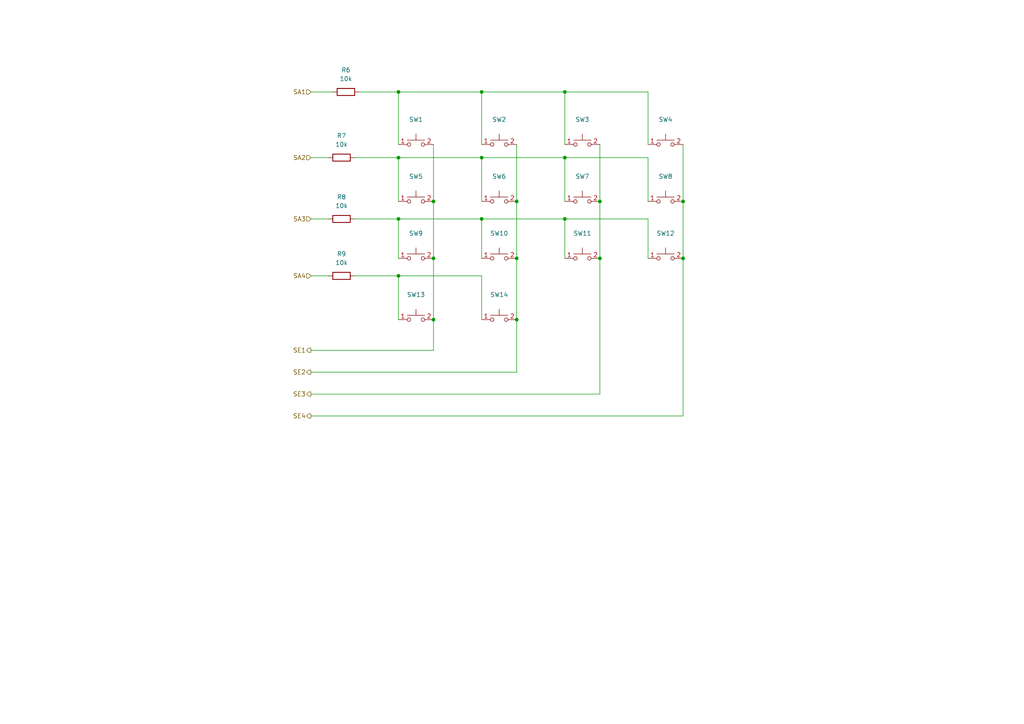
<source format=kicad_sch>
(kicad_sch (version 20211123) (generator eeschema)
  (paper "A4")
  (title_block (title "Button Matrix") (date "2022-01-17") (rev "0.0") (company "x-tech UG"))
  (lib_symbols
    (symbol "Device:R" (pin_numbers hide) (pin_names (offset 0))
      (property "Reference" "R" (at 2.032 0 90))
      (property "Value" "R" (at 0 0 90))
      (symbol "R_0_1"
        (rectangle (start -1.016 -2.54) (end 1.016 2.54) (stroke (width 0.254)))
      )
      (symbol "R_1_1"
        (pin passive line (at 0 3.81 270) (length 1.27) (name "~") (number "1"))
        (pin passive line (at 0 -3.81 90) (length 1.27) (name "~") (number "2"))
      )
    )
    (symbol "ene9ba_Library:SW_MEC_5G_1" (pin_names (offset 1.016) hide)
      (property "Reference" "SW1" (at 0 7.239 0))
      (symbol "SW_MEC_5G_1_0_1"
        (circle (center -2.032 0) (radius 0.508))
        (polyline (pts (xy 0 1.27) (xy 0 3.048)))
        (polyline (pts (xy 2.54 1.27) (xy -2.54 1.27)))
        (circle (center 2.032 0) (radius 0.508))
        (pin passive line (at -5.08 0 0) (length 2.54) (name "A") (number "1"))
        (pin passive line (at 5.08 0 180) (length 2.54) (name "B") (number "2"))
      )
    )
  )
  (junction (at 115.57 45.72))
  (junction (at 115.57 26.67))
  (junction (at 139.7 26.67))
  (junction (at 115.57 63.5))
  (junction (at 115.57 80.01))
  (junction (at 149.86 58.42))
  (junction (at 125.73 58.42))
  (junction (at 198.12 74.93))
  (junction (at 163.83 45.72))
  (junction (at 125.73 74.93))
  (junction (at 163.83 63.5))
  (junction (at 139.7 63.5))
  (junction (at 139.7 45.72))
  (junction (at 173.99 58.42))
  (junction (at 163.83 26.67))
  (junction (at 149.86 92.71))
  (junction (at 149.86 74.93))
  (junction (at 125.73 92.71))
  (junction (at 198.12 58.42))
  (junction (at 173.99 74.93))
  (wire (pts (xy 139.7 26.67) (xy 163.83 26.67)))
  (wire (pts (xy 104.14 26.67) (xy 115.57 26.67)))
  (wire (pts (xy 163.83 45.72) (xy 187.96 45.72)))
  (wire (pts (xy 115.57 26.67) (xy 139.7 26.67)))
  (wire (pts (xy 139.7 45.72) (xy 139.7 58.42)))
  (wire (pts (xy 149.86 92.71) (xy 149.86 107.95)))
  (wire (pts (xy 90.17 80.01) (xy 95.25 80.01)))
  (wire (pts (xy 163.83 63.5) (xy 163.83 74.93)))
  (wire (pts (xy 149.86 58.42) (xy 149.86 74.93)))
  (wire (pts (xy 90.17 26.67) (xy 96.52 26.67)))
  (wire (pts (xy 198.12 58.42) (xy 198.12 74.93)))
  (wire (pts (xy 115.57 63.5) (xy 115.57 74.93)))
  (wire (pts (xy 173.99 41.91) (xy 173.99 58.42)))
  (wire (pts (xy 90.17 63.5) (xy 95.25 63.5)))
  (wire (pts (xy 187.96 45.72) (xy 187.96 58.42)))
  (wire (pts (xy 125.73 101.6) (xy 90.17 101.6)))
  (wire (pts (xy 125.73 74.93) (xy 125.73 92.71)))
  (wire (pts (xy 115.57 80.01) (xy 115.57 92.71)))
  (wire (pts (xy 139.7 63.5) (xy 163.83 63.5)))
  (wire (pts (xy 163.83 26.67) (xy 187.96 26.67)))
  (wire (pts (xy 163.83 63.5) (xy 187.96 63.5)))
  (wire (pts (xy 115.57 45.72) (xy 115.57 58.42)))
  (wire (pts (xy 187.96 26.67) (xy 187.96 41.91)))
  (wire (pts (xy 90.17 45.72) (xy 95.25 45.72)))
  (wire (pts (xy 198.12 120.65) (xy 90.17 120.65)))
  (wire (pts (xy 139.7 26.67) (xy 139.7 41.91)))
  (wire (pts (xy 125.73 92.71) (xy 125.73 101.6)))
  (wire (pts (xy 115.57 45.72) (xy 139.7 45.72)))
  (wire (pts (xy 163.83 26.67) (xy 163.83 41.91)))
  (wire (pts (xy 149.86 74.93) (xy 149.86 92.71)))
  (wire (pts (xy 187.96 63.5) (xy 187.96 74.93)))
  (wire (pts (xy 198.12 41.91) (xy 198.12 58.42)))
  (wire (pts (xy 115.57 63.5) (xy 139.7 63.5)))
  (wire (pts (xy 139.7 63.5) (xy 139.7 74.93)))
  (wire (pts (xy 149.86 41.91) (xy 149.86 58.42)))
  (wire (pts (xy 125.73 58.42) (xy 125.73 74.93)))
  (wire (pts (xy 173.99 74.93) (xy 173.99 114.3)))
  (wire (pts (xy 198.12 74.93) (xy 198.12 120.65)))
  (wire (pts (xy 102.87 63.5) (xy 115.57 63.5)))
  (wire (pts (xy 115.57 80.01) (xy 139.7 80.01)))
  (wire (pts (xy 102.87 45.72) (xy 115.57 45.72)))
  (wire (pts (xy 115.57 26.67) (xy 115.57 41.91)))
  (wire (pts (xy 125.73 41.91) (xy 125.73 58.42)))
  (wire (pts (xy 139.7 80.01) (xy 139.7 92.71)))
  (wire (pts (xy 102.87 80.01) (xy 115.57 80.01)))
  (wire (pts (xy 149.86 107.95) (xy 90.17 107.95)))
  (wire (pts (xy 163.83 45.72) (xy 163.83 58.42)))
  (wire (pts (xy 139.7 45.72) (xy 163.83 45.72)))
  (wire (pts (xy 173.99 114.3) (xy 90.17 114.3)))
  (wire (pts (xy 173.99 58.42) (xy 173.99 74.93)))
  (hierarchical_label "SE3" (shape output) (at 90.17 114.3 180))
  (hierarchical_label "SA2" (shape input) (at 90.17 45.72 180))
  (hierarchical_label "SA4" (shape input) (at 90.17 80.01 180))
  (hierarchical_label "SA1" (shape input) (at 90.17 26.67 180))
  (hierarchical_label "SA3" (shape input) (at 90.17 63.5 180))
  (hierarchical_label "SE2" (shape output) (at 90.17 107.95 180))
  (hierarchical_label "SE4" (shape output) (at 90.17 120.65 180))
  (hierarchical_label "SE1" (shape output) (at 90.17 101.6 180))
  (symbol (lib_id "Device:R") (at 99.06 45.72 90) (unit 1)
    (property "Reference" "R7" (at 99.06 39.37 90))
    (property "Value" "10k" (at 99.06 41.91 90))
    (property "Footprint" "Resistor_SMD:R_0805_2012Metric_Pad1.20x1.40mm_HandSolder" (effects hide))
    (property "LCSC Part" "C17414" (effects hide))
  )
  (symbol (lib_id "ene9ba_Library:SW_MEC_5G_1") (at 144.78 58.42 0) (unit 1)
    (property "Reference" "SW6" (at 144.78 51.181 0))
    (property "Value" "SW_MEC_5G" (effects hide))
    (property "Footprint" "Button_Switch_SMD:SW_SPST_TL3305A" (effects hide))
    (property "LCSC Part" "C2834928" (effects hide))
  )
  (symbol (lib_id "ene9ba_Library:SW_MEC_5G_1") (at 120.65 41.91 0) (unit 1)
    (property "Reference" "SW1" (at 120.65 34.671 0))
    (property "Value" "SW_MEC_5G" (effects hide))
    (property "Footprint" "Button_Switch_SMD:SW_SPST_TL3305A" (effects hide))
    (property "LCSC Part" "C2834928" (effects hide))
  )
  (symbol (lib_id "ene9ba_Library:SW_MEC_5G_1") (at 168.91 41.91 0) (unit 1)
    (property "Reference" "SW3" (at 168.91 34.671 0))
    (property "Value" "SW_MEC_5G" (effects hide))
    (property "Footprint" "Button_Switch_SMD:SW_SPST_TL3305A" (effects hide))
    (property "LCSC Part" "C2834928" (effects hide))
  )
  (symbol (lib_id "ene9ba_Library:SW_MEC_5G_1") (at 193.04 74.93 0) (unit 1)
    (property "Reference" "SW12" (at 193.04 67.691 0))
    (property "Value" "SW_MEC_5G" (effects hide))
    (property "Footprint" "Button_Switch_SMD:SW_SPST_TL3305A" (effects hide))
    (property "LCSC Part" "C2834928" (effects hide))
  )
  (symbol (lib_id "ene9ba_Library:SW_MEC_5G_1") (at 144.78 41.91 0) (unit 1)
    (property "Reference" "SW2" (at 144.78 34.671 0))
    (property "Value" "SW_MEC_5G" (effects hide))
    (property "Footprint" "Button_Switch_SMD:SW_SPST_TL3305A" (effects hide))
    (property "LCSC Part" "C2834928" (effects hide))
  )
  (symbol (lib_id "ene9ba_Library:SW_MEC_5G_1") (at 120.65 58.42 0) (unit 1)
    (property "Reference" "SW5" (at 120.65 51.181 0))
    (property "Value" "SW_MEC_5G" (effects hide))
    (property "Footprint" "Button_Switch_SMD:SW_SPST_TL3305A" (effects hide))
    (property "LCSC Part" "C2834928" (effects hide))
  )
  (symbol (lib_id "ene9ba_Library:SW_MEC_5G_1") (at 120.65 74.93 0) (unit 1)
    (property "Reference" "SW9" (at 120.65 67.691 0))
    (property "Value" "SW_MEC_5G" (effects hide))
    (property "Footprint" "Button_Switch_SMD:SW_SPST_TL3305A" (effects hide))
    (property "LCSC Part" "C2834928" (effects hide))
  )
  (symbol (lib_id "ene9ba_Library:SW_MEC_5G_1") (at 120.65 92.71 0) (unit 1)
    (property "Reference" "SW13" (at 120.65 85.471 0))
    (property "Value" "SW_MEC_5G" (effects hide))
    (property "Footprint" "Button_Switch_SMD:SW_SPST_TL3305A" (effects hide))
    (property "LCSC Part" "C2834928" (effects hide))
  )
  (symbol (lib_id "Device:R") (at 99.06 63.5 90) (unit 1)
    (property "Reference" "R8" (at 99.06 57.15 90))
    (property "Value" "10k" (at 99.06 59.69 90))
    (property "Footprint" "Resistor_SMD:R_0805_2012Metric_Pad1.20x1.40mm_HandSolder" (effects hide))
    (property "LCSC Part" "C17414" (effects hide))
  )
  (symbol (lib_id "Device:R") (at 100.33 26.67 90) (unit 1)
    (property "Reference" "R6" (at 100.33 20.32 90))
    (property "Value" "10k" (at 100.33 22.86 90))
    (property "Footprint" "Resistor_SMD:R_0805_2012Metric_Pad1.20x1.40mm_HandSolder" (effects hide))
    (property "LCSC Part" "C17414" (effects hide))
  )
  (symbol (lib_id "Device:R") (at 99.06 80.01 90) (unit 1)
    (property "Reference" "R9" (at 99.06 73.66 90))
    (property "Value" "10k" (at 99.06 76.2 90))
    (property "Footprint" "Resistor_SMD:R_0805_2012Metric_Pad1.20x1.40mm_HandSolder" (effects hide))
    (property "LCSC Part" "C17414" (effects hide))
  )
  (symbol (lib_id "ene9ba_Library:SW_MEC_5G_1") (at 168.91 58.42 0) (unit 1)
    (property "Reference" "SW7" (at 168.91 51.181 0))
    (property "Value" "SW_MEC_5G" (effects hide))
    (property "Footprint" "Button_Switch_SMD:SW_SPST_TL3305A" (effects hide))
    (property "LCSC Part" "C2834928" (effects hide))
  )
  (symbol (lib_id "ene9ba_Library:SW_MEC_5G_1") (at 144.78 92.71 0) (unit 1)
    (property "Reference" "SW14" (at 144.78 85.471 0))
    (property "Value" "SW_MEC_5G" (effects hide))
    (property "Footprint" "Button_Switch_SMD:SW_SPST_TL3305A" (effects hide))
    (property "LCSC Part" "C2834928" (effects hide))
  )
  (symbol (lib_id "ene9ba_Library:SW_MEC_5G_1") (at 168.91 74.93 0) (unit 1)
    (property "Reference" "SW11" (at 168.91 67.691 0))
    (property "Value" "SW_MEC_5G" (effects hide))
    (property "Footprint" "Button_Switch_SMD:SW_SPST_TL3305A" (effects hide))
    (property "LCSC Part" "C2834928" (effects hide))
  )
  (symbol (lib_id "ene9ba_Library:SW_MEC_5G_1") (at 193.04 41.91 0) (unit 1)
    (property "Reference" "SW4" (at 193.04 34.671 0))
    (property "Value" "SW_MEC_5G" (effects hide))
    (property "Footprint" "Button_Switch_SMD:SW_SPST_TL3305A" (effects hide))
    (property "LCSC Part" "C2834928" (effects hide))
  )
  (symbol (lib_id "ene9ba_Library:SW_MEC_5G_1") (at 193.04 58.42 0) (unit 1)
    (property "Reference" "SW8" (at 193.04 51.181 0))
    (property "Value" "SW_MEC_5G" (effects hide))
    (property "Footprint" "Button_Switch_SMD:SW_SPST_TL3305A" (effects hide))
    (property "LCSC Part" "C2834928" (effects hide))
  )
  (symbol (lib_id "ene9ba_Library:SW_MEC_5G_1") (at 144.78 74.93 0) (unit 1)
    (property "Reference" "SW10" (at 144.78 67.691 0))
    (property "Value" "SW_MEC_5G" (effects hide))
    (property "Footprint" "Button_Switch_SMD:SW_SPST_TL3305A" (effects hide))
    (property "LCSC Part" "C2834928" (effects hide))
  )
)
</source>
